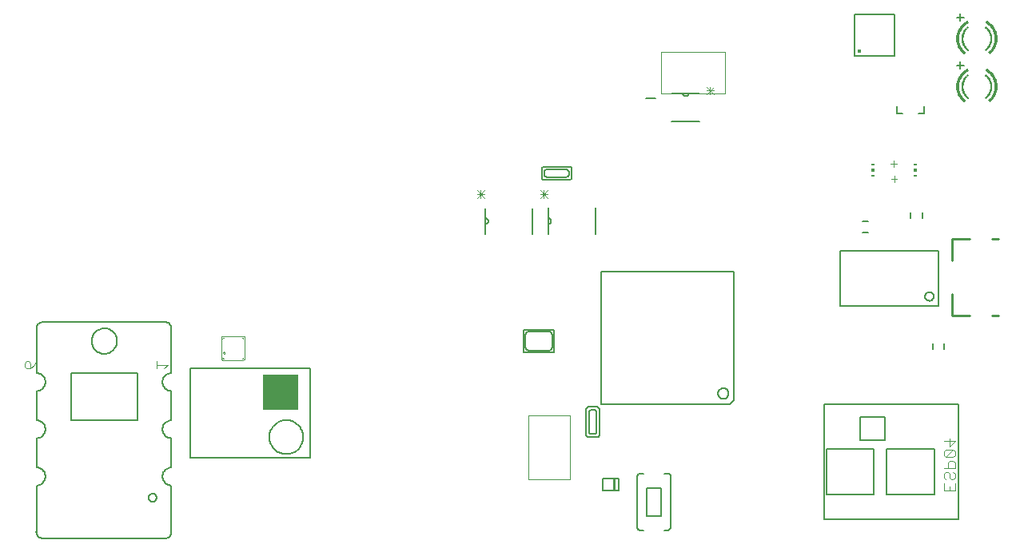
<source format=gbo>
G75*
G70*
%OFA0B0*%
%FSLAX24Y24*%
%IPPOS*%
%LPD*%
%AMOC8*
5,1,8,0,0,1.08239X$1,22.5*
%
%ADD10C,0.0060*%
%ADD11C,0.0100*%
%ADD12C,0.0030*%
%ADD13R,0.0118X0.0059*%
%ADD14R,0.0118X0.0118*%
%ADD15C,0.0010*%
%ADD16C,0.0050*%
%ADD17C,0.0040*%
%ADD18R,0.1500X0.1500*%
%ADD19C,0.0020*%
%ADD20C,0.0008*%
%ADD21C,0.0176*%
%ADD22C,0.0004*%
D10*
X021976Y014776D02*
X021976Y015196D01*
X021976Y015436D01*
X021976Y015856D01*
X021976Y015436D02*
X021997Y015434D01*
X022017Y015429D01*
X022036Y015420D01*
X022053Y015408D01*
X022068Y015393D01*
X022080Y015376D01*
X022089Y015357D01*
X022094Y015337D01*
X022096Y015316D01*
X022094Y015295D01*
X022089Y015275D01*
X022080Y015256D01*
X022068Y015239D01*
X022053Y015224D01*
X022036Y015212D01*
X022017Y015203D01*
X021997Y015198D01*
X021976Y015196D01*
X023936Y014776D02*
X023936Y015856D01*
X024601Y015866D02*
X024601Y015436D01*
X024601Y015196D01*
X024601Y014766D01*
X024601Y015196D02*
X024622Y015198D01*
X024642Y015203D01*
X024661Y015212D01*
X024678Y015224D01*
X024693Y015239D01*
X024705Y015256D01*
X024714Y015275D01*
X024719Y015295D01*
X024721Y015316D01*
X024719Y015337D01*
X024714Y015357D01*
X024705Y015376D01*
X024693Y015393D01*
X024678Y015408D01*
X024661Y015420D01*
X024642Y015429D01*
X024622Y015434D01*
X024601Y015436D01*
X026561Y015866D02*
X026561Y014766D01*
X026811Y013211D02*
X026811Y007671D01*
X032181Y007671D01*
X032351Y007841D01*
X032351Y013211D01*
X026811Y013211D01*
X031676Y008126D02*
X031678Y008155D01*
X031684Y008184D01*
X031693Y008212D01*
X031707Y008238D01*
X031723Y008262D01*
X031743Y008284D01*
X031766Y008303D01*
X031790Y008319D01*
X031817Y008331D01*
X031845Y008340D01*
X031874Y008345D01*
X031903Y008346D01*
X031933Y008343D01*
X031961Y008336D01*
X031989Y008326D01*
X032014Y008311D01*
X032038Y008294D01*
X032059Y008274D01*
X032077Y008251D01*
X032092Y008225D01*
X032104Y008198D01*
X032112Y008170D01*
X032116Y008141D01*
X032116Y008111D01*
X032112Y008082D01*
X032104Y008054D01*
X032092Y008027D01*
X032077Y008001D01*
X032059Y007978D01*
X032038Y007958D01*
X032014Y007941D01*
X031989Y007926D01*
X031961Y007916D01*
X031933Y007909D01*
X031903Y007906D01*
X031874Y007907D01*
X031845Y007912D01*
X031817Y007921D01*
X031790Y007933D01*
X031766Y007949D01*
X031743Y007968D01*
X031723Y007990D01*
X031707Y008014D01*
X031693Y008040D01*
X031684Y008068D01*
X031678Y008097D01*
X031676Y008126D01*
X036783Y011789D02*
X040878Y011789D01*
X040878Y014092D01*
X036783Y014092D01*
X036783Y011789D01*
X040313Y012173D02*
X040315Y012199D01*
X040321Y012225D01*
X040330Y012250D01*
X040343Y012273D01*
X040359Y012294D01*
X040378Y012312D01*
X040400Y012328D01*
X040423Y012340D01*
X040448Y012348D01*
X040474Y012353D01*
X040501Y012354D01*
X040527Y012351D01*
X040552Y012344D01*
X040577Y012334D01*
X040599Y012320D01*
X040620Y012303D01*
X040637Y012284D01*
X040652Y012262D01*
X040663Y012238D01*
X040671Y012212D01*
X040675Y012186D01*
X040675Y012160D01*
X040671Y012134D01*
X040663Y012108D01*
X040652Y012084D01*
X040637Y012062D01*
X040620Y012043D01*
X040599Y012026D01*
X040577Y012012D01*
X040552Y012002D01*
X040527Y011995D01*
X040501Y011992D01*
X040474Y011993D01*
X040448Y011998D01*
X040423Y012006D01*
X040400Y012018D01*
X040378Y012034D01*
X040359Y012052D01*
X040343Y012073D01*
X040330Y012096D01*
X040321Y012121D01*
X040315Y012147D01*
X040313Y012173D01*
X040646Y010219D02*
X040646Y009983D01*
X041118Y009983D02*
X041118Y010219D01*
X037949Y014830D02*
X037713Y014830D01*
X037713Y015302D02*
X037949Y015302D01*
X039719Y015448D02*
X039719Y015684D01*
X040192Y015684D02*
X040192Y015448D01*
X040265Y019806D02*
X040265Y020126D01*
X040265Y019806D02*
X040046Y019806D01*
X039365Y019806D02*
X039146Y019806D01*
X039146Y020126D01*
X030921Y020656D02*
X030451Y020656D01*
X030211Y020656D01*
X029741Y020656D01*
X030211Y020656D02*
X030213Y020635D01*
X030218Y020615D01*
X030227Y020596D01*
X030239Y020579D01*
X030254Y020564D01*
X030271Y020552D01*
X030290Y020543D01*
X030310Y020538D01*
X030331Y020536D01*
X030352Y020538D01*
X030372Y020543D01*
X030391Y020552D01*
X030408Y020564D01*
X030423Y020579D01*
X030435Y020596D01*
X030444Y020615D01*
X030449Y020635D01*
X030451Y020656D01*
X029081Y020456D02*
X028671Y020456D01*
X029741Y019476D02*
X030921Y019476D01*
D11*
X041451Y014590D02*
X041451Y013685D01*
X041451Y014590D02*
X042159Y014590D01*
X043104Y014590D02*
X043380Y014590D01*
X041451Y012268D02*
X041451Y011362D01*
X042159Y011362D01*
X043104Y011362D02*
X043380Y011362D01*
D12*
X039031Y016956D02*
X039031Y017203D01*
X039154Y017079D02*
X038907Y017079D01*
X039006Y017588D02*
X039006Y017834D01*
X039129Y017711D02*
X038882Y017711D01*
X031506Y020609D02*
X031192Y020923D01*
X031349Y020923D02*
X031349Y020609D01*
X031192Y020609D02*
X031506Y020923D01*
X031506Y020766D02*
X031192Y020766D01*
X024577Y016601D02*
X024264Y016287D01*
X024420Y016287D02*
X024420Y016601D01*
X024264Y016601D02*
X024577Y016287D01*
X024577Y016444D02*
X024264Y016444D01*
X021942Y016444D02*
X021629Y016444D01*
X021629Y016287D02*
X021942Y016601D01*
X021785Y016601D02*
X021785Y016287D01*
X021942Y016287D02*
X021629Y016601D01*
D13*
X038147Y017205D03*
X038147Y017677D03*
X039890Y017677D03*
X039890Y017205D03*
D14*
X039890Y017441D03*
X038147Y017441D03*
D15*
X042054Y021684D02*
X042097Y021604D01*
X042096Y021605D02*
X042050Y021578D01*
X042006Y021547D01*
X041964Y021514D01*
X041924Y021477D01*
X041888Y021438D01*
X041854Y021396D01*
X041823Y021352D01*
X041795Y021306D01*
X041771Y021258D01*
X041750Y021209D01*
X041733Y021158D01*
X041719Y021106D01*
X041709Y021053D01*
X041703Y021000D01*
X041701Y020946D01*
X041612Y020946D01*
X041611Y020946D01*
X041613Y021002D01*
X041619Y021059D01*
X041629Y021114D01*
X041642Y021169D01*
X041659Y021223D01*
X041680Y021275D01*
X041704Y021326D01*
X041731Y021376D01*
X041762Y021423D01*
X041796Y021468D01*
X041832Y021511D01*
X041872Y021552D01*
X041914Y021589D01*
X041959Y021624D01*
X042005Y021656D01*
X042054Y021684D01*
X042058Y021676D01*
X042010Y021648D01*
X041964Y021617D01*
X041920Y021582D01*
X041878Y021545D01*
X041839Y021505D01*
X041803Y021463D01*
X041769Y021418D01*
X041739Y021371D01*
X041712Y021322D01*
X041688Y021272D01*
X041668Y021220D01*
X041651Y021167D01*
X041638Y021112D01*
X041628Y021057D01*
X041622Y021002D01*
X041620Y020946D01*
X041629Y020946D01*
X041631Y021001D01*
X041637Y021056D01*
X041647Y021111D01*
X041660Y021164D01*
X041676Y021217D01*
X041697Y021268D01*
X041720Y021318D01*
X041747Y021367D01*
X041777Y021413D01*
X041810Y021457D01*
X041846Y021499D01*
X041884Y021539D01*
X041926Y021575D01*
X041969Y021609D01*
X042015Y021640D01*
X042062Y021668D01*
X042067Y021660D01*
X042020Y021633D01*
X041974Y021602D01*
X041931Y021569D01*
X041891Y021532D01*
X041852Y021493D01*
X041817Y021452D01*
X041784Y021408D01*
X041755Y021362D01*
X041728Y021314D01*
X041705Y021265D01*
X041685Y021214D01*
X041668Y021162D01*
X041655Y021109D01*
X041646Y021055D01*
X041640Y021001D01*
X041638Y020946D01*
X041647Y020946D01*
X041649Y021000D01*
X041655Y021054D01*
X041664Y021107D01*
X041677Y021159D01*
X041693Y021211D01*
X041713Y021261D01*
X041736Y021310D01*
X041762Y021357D01*
X041792Y021403D01*
X041824Y021446D01*
X041859Y021487D01*
X041897Y021526D01*
X041937Y021562D01*
X041980Y021595D01*
X042024Y021625D01*
X042071Y021652D01*
X042075Y021645D01*
X042029Y021618D01*
X041985Y021588D01*
X041943Y021555D01*
X041903Y021519D01*
X041866Y021481D01*
X041831Y021440D01*
X041799Y021397D01*
X041770Y021353D01*
X041744Y021306D01*
X041721Y021258D01*
X041702Y021208D01*
X041686Y021157D01*
X041673Y021105D01*
X041664Y021052D01*
X041658Y020999D01*
X041656Y020946D01*
X041665Y020946D01*
X041667Y020999D01*
X041673Y021051D01*
X041682Y021103D01*
X041694Y021155D01*
X041710Y021205D01*
X041730Y021254D01*
X041752Y021302D01*
X041778Y021348D01*
X041806Y021392D01*
X041838Y021435D01*
X041872Y021475D01*
X041909Y021513D01*
X041949Y021548D01*
X041990Y021580D01*
X042034Y021610D01*
X042079Y021637D01*
X042084Y021629D01*
X042036Y021600D01*
X041990Y021569D01*
X041946Y021534D01*
X041905Y021496D01*
X041867Y021456D01*
X041832Y021413D01*
X041800Y021367D01*
X041772Y021319D01*
X041746Y021270D01*
X041725Y021218D01*
X041707Y021166D01*
X041693Y021112D01*
X041683Y021057D01*
X041676Y021002D01*
X041674Y020946D01*
X041683Y020946D01*
X041685Y021001D01*
X041692Y021056D01*
X041702Y021110D01*
X041716Y021163D01*
X041733Y021215D01*
X041755Y021266D01*
X041779Y021315D01*
X041808Y021362D01*
X041839Y021407D01*
X041874Y021450D01*
X041912Y021490D01*
X041952Y021527D01*
X041995Y021562D01*
X042040Y021593D01*
X042088Y021621D01*
X042092Y021613D01*
X042045Y021585D01*
X042000Y021554D01*
X041958Y021520D01*
X041918Y021483D01*
X041881Y021444D01*
X041847Y021402D01*
X041815Y021357D01*
X041787Y021311D01*
X041763Y021262D01*
X041742Y021212D01*
X041724Y021160D01*
X041710Y021108D01*
X041700Y021054D01*
X041694Y021000D01*
X041692Y020946D01*
X043300Y020945D02*
X043210Y020945D01*
X043211Y020946D02*
X043209Y020998D01*
X043203Y021050D01*
X043194Y021102D01*
X043181Y021152D01*
X043165Y021202D01*
X043145Y021250D01*
X043122Y021297D01*
X043096Y021342D01*
X043066Y021386D01*
X043034Y021427D01*
X042999Y021466D01*
X042961Y021502D01*
X042921Y021535D01*
X042879Y021566D01*
X042835Y021594D01*
X042879Y021672D01*
X042880Y021672D01*
X042926Y021643D01*
X042971Y021611D01*
X043013Y021576D01*
X043053Y021539D01*
X043091Y021499D01*
X043126Y021456D01*
X043158Y021412D01*
X043187Y021365D01*
X043213Y021317D01*
X043236Y021267D01*
X043255Y021215D01*
X043271Y021163D01*
X043284Y021110D01*
X043293Y021055D01*
X043299Y021001D01*
X043301Y020946D01*
X043292Y020946D01*
X043290Y021000D01*
X043284Y021054D01*
X043275Y021108D01*
X043263Y021161D01*
X043247Y021213D01*
X043227Y021263D01*
X043205Y021313D01*
X043179Y021361D01*
X043150Y021407D01*
X043119Y021451D01*
X043084Y021493D01*
X043047Y021532D01*
X043007Y021569D01*
X042965Y021604D01*
X042921Y021636D01*
X042875Y021664D01*
X042871Y021657D01*
X042916Y021628D01*
X042960Y021597D01*
X043001Y021563D01*
X043041Y021526D01*
X043077Y021487D01*
X043111Y021445D01*
X043143Y021402D01*
X043171Y021356D01*
X043197Y021309D01*
X043219Y021260D01*
X043238Y021210D01*
X043254Y021158D01*
X043266Y021106D01*
X043275Y021053D01*
X043281Y021000D01*
X043283Y020946D01*
X043274Y020946D01*
X043272Y021003D01*
X043265Y021059D01*
X043255Y021115D01*
X043241Y021170D01*
X043224Y021223D01*
X043202Y021276D01*
X043177Y021327D01*
X043149Y021376D01*
X043117Y021423D01*
X043082Y021467D01*
X043044Y021509D01*
X043003Y021549D01*
X042960Y021585D01*
X042914Y021619D01*
X042866Y021649D01*
X042862Y021641D01*
X042909Y021611D01*
X042955Y021578D01*
X042997Y021542D01*
X043038Y021503D01*
X043075Y021462D01*
X043110Y021417D01*
X043141Y021371D01*
X043169Y021323D01*
X043194Y021272D01*
X043215Y021220D01*
X043233Y021167D01*
X043247Y021113D01*
X043257Y021058D01*
X043263Y021002D01*
X043265Y020946D01*
X043256Y020946D01*
X043254Y021001D01*
X043248Y021056D01*
X043238Y021111D01*
X043224Y021165D01*
X043207Y021217D01*
X043186Y021269D01*
X043161Y021318D01*
X043134Y021366D01*
X043103Y021412D01*
X043068Y021456D01*
X043031Y021497D01*
X042991Y021535D01*
X042949Y021571D01*
X042904Y021604D01*
X042857Y021633D01*
X042853Y021625D01*
X042899Y021596D01*
X042943Y021564D01*
X042985Y021529D01*
X043025Y021491D01*
X043062Y021450D01*
X043095Y021407D01*
X043126Y021361D01*
X043153Y021314D01*
X043178Y021265D01*
X043198Y021214D01*
X043215Y021162D01*
X043229Y021109D01*
X043239Y021055D01*
X043245Y021001D01*
X043247Y020946D01*
X043238Y020946D01*
X043236Y021000D01*
X043230Y021054D01*
X043220Y021107D01*
X043207Y021160D01*
X043190Y021211D01*
X043169Y021261D01*
X043146Y021310D01*
X043118Y021357D01*
X043088Y021402D01*
X043055Y021444D01*
X043018Y021484D01*
X042979Y021522D01*
X042938Y021557D01*
X042894Y021589D01*
X042848Y021617D01*
X042844Y021610D01*
X042889Y021581D01*
X042932Y021550D01*
X042973Y021515D01*
X043012Y021478D01*
X043048Y021438D01*
X043081Y021396D01*
X043111Y021352D01*
X043138Y021306D01*
X043161Y021258D01*
X043181Y021208D01*
X043198Y021157D01*
X043211Y021105D01*
X043221Y021053D01*
X043227Y020999D01*
X043229Y020946D01*
X043220Y020946D01*
X043218Y020999D01*
X043212Y021051D01*
X043203Y021103D01*
X043190Y021155D01*
X043173Y021205D01*
X043153Y021254D01*
X043130Y021301D01*
X043103Y021347D01*
X043073Y021391D01*
X043041Y021433D01*
X043005Y021472D01*
X042967Y021509D01*
X042927Y021543D01*
X042884Y021574D01*
X042839Y021602D01*
X041832Y020936D02*
X041882Y020936D01*
X041881Y020936D02*
X041883Y020891D01*
X041889Y020847D01*
X041898Y020803D01*
X041910Y020760D01*
X041926Y020718D01*
X041945Y020678D01*
X041967Y020639D01*
X041992Y020602D01*
X042019Y020567D01*
X042050Y020534D01*
X042083Y020504D01*
X042118Y020476D01*
X042089Y020436D01*
X042089Y020435D01*
X042050Y020465D01*
X042015Y020498D01*
X041982Y020534D01*
X041951Y020572D01*
X041924Y020613D01*
X041900Y020655D01*
X041880Y020699D01*
X041863Y020745D01*
X041849Y020791D01*
X041839Y020839D01*
X041833Y020887D01*
X041831Y020936D01*
X041840Y020936D01*
X041842Y020888D01*
X041848Y020841D01*
X041858Y020794D01*
X041871Y020747D01*
X041888Y020703D01*
X041908Y020659D01*
X041932Y020617D01*
X041959Y020578D01*
X041988Y020540D01*
X042021Y020505D01*
X042056Y020472D01*
X042094Y020443D01*
X042099Y020450D01*
X042062Y020479D01*
X042027Y020511D01*
X041995Y020546D01*
X041966Y020583D01*
X041940Y020622D01*
X041916Y020663D01*
X041896Y020706D01*
X041880Y020750D01*
X041867Y020796D01*
X041857Y020842D01*
X041851Y020889D01*
X041849Y020936D01*
X041858Y020936D01*
X041860Y020890D01*
X041866Y020843D01*
X041875Y020798D01*
X041888Y020753D01*
X041905Y020710D01*
X041924Y020667D01*
X041947Y020627D01*
X041973Y020588D01*
X042002Y020552D01*
X042034Y020518D01*
X042068Y020486D01*
X042104Y020457D01*
X042110Y020465D01*
X042074Y020493D01*
X042040Y020524D01*
X042009Y020558D01*
X041980Y020594D01*
X041955Y020632D01*
X041932Y020671D01*
X041913Y020713D01*
X041897Y020756D01*
X041884Y020800D01*
X041875Y020845D01*
X041869Y020890D01*
X041867Y020936D01*
X041876Y020936D01*
X041878Y020891D01*
X041884Y020846D01*
X041893Y020802D01*
X041905Y020759D01*
X041921Y020716D01*
X041940Y020676D01*
X041962Y020636D01*
X041988Y020599D01*
X042016Y020564D01*
X042046Y020530D01*
X042079Y020500D01*
X042115Y020472D01*
X043005Y020300D02*
X042947Y020368D01*
X042948Y020368D02*
X042987Y020404D01*
X043024Y020444D01*
X043058Y020485D01*
X043089Y020529D01*
X043117Y020575D01*
X043141Y020623D01*
X043162Y020673D01*
X043179Y020724D01*
X043193Y020776D01*
X043203Y020829D01*
X043209Y020882D01*
X043211Y020936D01*
X043300Y020937D01*
X043301Y020936D01*
X043299Y020880D01*
X043293Y020825D01*
X043284Y020770D01*
X043270Y020716D01*
X043254Y020663D01*
X043234Y020611D01*
X043210Y020560D01*
X043184Y020512D01*
X043154Y020465D01*
X043121Y020420D01*
X043085Y020377D01*
X043047Y020337D01*
X043006Y020299D01*
X043000Y020306D01*
X043040Y020343D01*
X043079Y020383D01*
X043114Y020425D01*
X043146Y020470D01*
X043176Y020516D01*
X043202Y020564D01*
X043226Y020614D01*
X043245Y020666D01*
X043262Y020718D01*
X043275Y020772D01*
X043284Y020826D01*
X043290Y020881D01*
X043292Y020936D01*
X043283Y020936D01*
X043281Y020882D01*
X043275Y020827D01*
X043266Y020774D01*
X043253Y020721D01*
X043237Y020669D01*
X043217Y020618D01*
X043194Y020569D01*
X043168Y020521D01*
X043139Y020475D01*
X043107Y020431D01*
X043072Y020389D01*
X043034Y020350D01*
X042994Y020313D01*
X042988Y020320D01*
X043028Y020356D01*
X043065Y020395D01*
X043100Y020436D01*
X043132Y020480D01*
X043161Y020525D01*
X043186Y020573D01*
X043209Y020621D01*
X043228Y020672D01*
X043244Y020723D01*
X043257Y020776D01*
X043266Y020829D01*
X043272Y020882D01*
X043274Y020936D01*
X043265Y020936D01*
X043263Y020883D01*
X043257Y020830D01*
X043248Y020777D01*
X043236Y020726D01*
X043220Y020675D01*
X043201Y020625D01*
X043178Y020577D01*
X043153Y020530D01*
X043124Y020485D01*
X043093Y020442D01*
X043059Y020401D01*
X043022Y020363D01*
X042982Y020327D01*
X042977Y020334D01*
X043015Y020369D01*
X043052Y020407D01*
X043086Y020448D01*
X043117Y020490D01*
X043145Y020534D01*
X043170Y020581D01*
X043192Y020628D01*
X043211Y020678D01*
X043227Y020728D01*
X043239Y020779D01*
X043248Y020831D01*
X043254Y020883D01*
X043256Y020936D01*
X043247Y020936D01*
X043245Y020884D01*
X043239Y020832D01*
X043231Y020781D01*
X043218Y020730D01*
X043203Y020681D01*
X043184Y020632D01*
X043162Y020585D01*
X043137Y020539D01*
X043109Y020495D01*
X043079Y020453D01*
X043045Y020413D01*
X043009Y020376D01*
X042971Y020340D01*
X042965Y020347D01*
X043006Y020385D01*
X043044Y020426D01*
X043079Y020469D01*
X043111Y020514D01*
X043140Y020562D01*
X043165Y020612D01*
X043187Y020663D01*
X043205Y020716D01*
X043219Y020770D01*
X043229Y020825D01*
X043236Y020880D01*
X043238Y020936D01*
X043229Y020936D01*
X043227Y020881D01*
X043220Y020826D01*
X043210Y020772D01*
X043196Y020719D01*
X043179Y020667D01*
X043157Y020616D01*
X043132Y020567D01*
X043104Y020519D01*
X043072Y020474D01*
X043037Y020432D01*
X043000Y020391D01*
X042959Y020354D01*
X042953Y020361D01*
X042993Y020398D01*
X043031Y020438D01*
X043065Y020480D01*
X043096Y020524D01*
X043124Y020571D01*
X043149Y020620D01*
X043170Y020670D01*
X043188Y020721D01*
X043202Y020774D01*
X043212Y020828D01*
X043218Y020882D01*
X043220Y020936D01*
X042078Y021437D02*
X042108Y021397D01*
X042107Y021398D02*
X042073Y021370D01*
X042042Y021340D01*
X042013Y021308D01*
X041986Y021273D01*
X041963Y021236D01*
X041942Y021198D01*
X041924Y021158D01*
X041909Y021118D01*
X041897Y021076D01*
X041888Y021033D01*
X041883Y020990D01*
X041881Y020946D01*
X041832Y020945D01*
X041831Y020946D01*
X041833Y020993D01*
X041839Y021041D01*
X041848Y021087D01*
X041861Y021133D01*
X041877Y021177D01*
X041897Y021221D01*
X041920Y021262D01*
X041946Y021302D01*
X041975Y021340D01*
X042006Y021375D01*
X042040Y021408D01*
X042077Y021438D01*
X042082Y021431D01*
X042046Y021401D01*
X042013Y021369D01*
X041981Y021334D01*
X041953Y021297D01*
X041928Y021257D01*
X041905Y021216D01*
X041886Y021174D01*
X041870Y021130D01*
X041857Y021085D01*
X041848Y021039D01*
X041842Y020993D01*
X041840Y020946D01*
X041849Y020946D01*
X041851Y020992D01*
X041857Y021038D01*
X041866Y021083D01*
X041878Y021127D01*
X041894Y021171D01*
X041913Y021212D01*
X041935Y021253D01*
X041960Y021291D01*
X041988Y021328D01*
X042019Y021362D01*
X042052Y021394D01*
X042088Y021424D01*
X042093Y021416D01*
X042058Y021388D01*
X042026Y021356D01*
X041995Y021322D01*
X041968Y021286D01*
X041943Y021248D01*
X041921Y021208D01*
X041902Y021167D01*
X041887Y021124D01*
X041875Y021081D01*
X041866Y021036D01*
X041860Y020991D01*
X041858Y020946D01*
X041867Y020946D01*
X041869Y020991D01*
X041875Y021035D01*
X041883Y021079D01*
X041895Y021122D01*
X041911Y021164D01*
X041929Y021204D01*
X041951Y021244D01*
X041975Y021281D01*
X042002Y021316D01*
X042032Y021350D01*
X042064Y021381D01*
X042099Y021409D01*
X042104Y021402D01*
X042070Y021374D01*
X042038Y021344D01*
X042009Y021311D01*
X041982Y021276D01*
X041958Y021239D01*
X041937Y021200D01*
X041919Y021160D01*
X041904Y021119D01*
X041892Y021077D01*
X041883Y021034D01*
X041878Y020990D01*
X041876Y020946D01*
X041612Y020937D02*
X041702Y020937D01*
X041701Y020936D02*
X041703Y020882D01*
X041710Y020828D01*
X041720Y020775D01*
X041733Y020722D01*
X041751Y020671D01*
X041772Y020621D01*
X041797Y020572D01*
X041825Y020526D01*
X041857Y020482D01*
X041891Y020440D01*
X041929Y020401D01*
X041969Y020364D01*
X041912Y020296D01*
X041911Y020295D01*
X041869Y020333D01*
X041830Y020373D01*
X041794Y020416D01*
X041761Y020461D01*
X041730Y020508D01*
X041703Y020557D01*
X041679Y020608D01*
X041659Y020661D01*
X041642Y020714D01*
X041629Y020769D01*
X041619Y020824D01*
X041613Y020880D01*
X041611Y020936D01*
X041620Y020936D01*
X041622Y020880D01*
X041628Y020825D01*
X041638Y020771D01*
X041651Y020717D01*
X041667Y020664D01*
X041688Y020612D01*
X041711Y020561D01*
X041738Y020513D01*
X041768Y020466D01*
X041801Y020421D01*
X041837Y020379D01*
X041876Y020339D01*
X041917Y020302D01*
X041923Y020309D01*
X041882Y020346D01*
X041844Y020385D01*
X041808Y020427D01*
X041775Y020471D01*
X041746Y020517D01*
X041719Y020566D01*
X041696Y020615D01*
X041676Y020667D01*
X041659Y020719D01*
X041646Y020772D01*
X041637Y020826D01*
X041631Y020881D01*
X041629Y020936D01*
X041638Y020936D01*
X041640Y020882D01*
X041646Y020828D01*
X041655Y020774D01*
X041668Y020721D01*
X041684Y020669D01*
X041704Y020619D01*
X041727Y020570D01*
X041753Y020522D01*
X041783Y020476D01*
X041815Y020433D01*
X041850Y020391D01*
X041888Y020352D01*
X041928Y020316D01*
X041934Y020323D01*
X041894Y020359D01*
X041857Y020397D01*
X041822Y020438D01*
X041790Y020481D01*
X041761Y020527D01*
X041735Y020574D01*
X041712Y020622D01*
X041693Y020672D01*
X041677Y020724D01*
X041664Y020776D01*
X041655Y020829D01*
X041649Y020882D01*
X041647Y020936D01*
X041656Y020936D01*
X041658Y020883D01*
X041664Y020830D01*
X041673Y020778D01*
X041685Y020726D01*
X041701Y020675D01*
X041721Y020626D01*
X041743Y020578D01*
X041769Y020531D01*
X041798Y020487D01*
X041829Y020444D01*
X041864Y020403D01*
X041901Y020365D01*
X041940Y020330D01*
X041946Y020337D01*
X041907Y020372D01*
X041870Y020409D01*
X041836Y020450D01*
X041805Y020492D01*
X041777Y020536D01*
X041751Y020582D01*
X041729Y020629D01*
X041710Y020678D01*
X041694Y020729D01*
X041682Y020780D01*
X041673Y020831D01*
X041667Y020884D01*
X041665Y020936D01*
X041674Y020936D01*
X041676Y020884D01*
X041682Y020833D01*
X041690Y020781D01*
X041703Y020731D01*
X041718Y020681D01*
X041737Y020633D01*
X041759Y020586D01*
X041784Y020541D01*
X041812Y020497D01*
X041843Y020455D01*
X041877Y020416D01*
X041913Y020378D01*
X041952Y020343D01*
X041957Y020350D01*
X041919Y020385D01*
X041883Y020422D01*
X041850Y020461D01*
X041820Y020502D01*
X041792Y020545D01*
X041767Y020590D01*
X041745Y020637D01*
X041727Y020684D01*
X041711Y020733D01*
X041699Y020783D01*
X041690Y020834D01*
X041685Y020885D01*
X041683Y020936D01*
X041692Y020936D01*
X041694Y020881D01*
X041701Y020827D01*
X041711Y020773D01*
X041725Y020719D01*
X041743Y020668D01*
X041764Y020617D01*
X041789Y020568D01*
X041818Y020521D01*
X041850Y020476D01*
X041884Y020434D01*
X041922Y020394D01*
X041963Y020357D01*
X043080Y020946D02*
X043030Y020946D01*
X043031Y020946D02*
X043029Y020993D01*
X043023Y021039D01*
X043013Y021084D01*
X042999Y021129D01*
X042982Y021172D01*
X042962Y021214D01*
X042938Y021254D01*
X042911Y021293D01*
X042881Y021328D01*
X042848Y021361D01*
X042813Y021392D01*
X042843Y021431D01*
X042844Y021431D01*
X042879Y021401D01*
X042912Y021368D01*
X042943Y021333D01*
X042970Y021296D01*
X042995Y021257D01*
X043017Y021216D01*
X043036Y021173D01*
X043052Y021129D01*
X043064Y021084D01*
X043073Y021039D01*
X043079Y020992D01*
X043081Y020946D01*
X043072Y020946D01*
X043070Y020992D01*
X043064Y021037D01*
X043056Y021082D01*
X043043Y021127D01*
X043028Y021170D01*
X043009Y021212D01*
X042988Y021252D01*
X042963Y021291D01*
X042936Y021328D01*
X042906Y021362D01*
X042873Y021394D01*
X042838Y021424D01*
X042833Y021417D01*
X042867Y021388D01*
X042899Y021356D01*
X042929Y021322D01*
X042956Y021286D01*
X042980Y021248D01*
X043001Y021208D01*
X043020Y021166D01*
X043035Y021124D01*
X043047Y021080D01*
X043056Y021036D01*
X043061Y020991D01*
X043063Y020946D01*
X043054Y020946D01*
X043052Y020994D01*
X043045Y021043D01*
X043035Y021090D01*
X043021Y021137D01*
X043003Y021182D01*
X042982Y021225D01*
X042957Y021267D01*
X042929Y021307D01*
X042898Y021344D01*
X042864Y021378D01*
X042827Y021410D01*
X042822Y021403D01*
X042858Y021372D01*
X042891Y021338D01*
X042922Y021301D01*
X042950Y021262D01*
X042974Y021221D01*
X042995Y021178D01*
X043013Y021134D01*
X043026Y021088D01*
X043036Y021041D01*
X043043Y020994D01*
X043045Y020946D01*
X043036Y020946D01*
X043034Y020993D01*
X043028Y021040D01*
X043018Y021086D01*
X043004Y021131D01*
X042987Y021174D01*
X042966Y021217D01*
X042942Y021257D01*
X042915Y021296D01*
X042885Y021332D01*
X042852Y021365D01*
X042816Y021396D01*
X042843Y020451D02*
X042812Y020491D01*
X042813Y020490D02*
X042848Y020521D01*
X042881Y020554D01*
X042911Y020589D01*
X042938Y020628D01*
X042962Y020668D01*
X042982Y020710D01*
X042999Y020753D01*
X043013Y020798D01*
X043023Y020843D01*
X043029Y020889D01*
X043031Y020936D01*
X043080Y020936D01*
X043081Y020936D01*
X043079Y020890D01*
X043073Y020843D01*
X043064Y020798D01*
X043052Y020753D01*
X043036Y020709D01*
X043017Y020666D01*
X042995Y020625D01*
X042970Y020586D01*
X042943Y020549D01*
X042912Y020514D01*
X042879Y020481D01*
X042844Y020451D01*
X042838Y020458D01*
X042873Y020488D01*
X042906Y020520D01*
X042936Y020554D01*
X042963Y020591D01*
X042988Y020630D01*
X043009Y020670D01*
X043028Y020712D01*
X043043Y020755D01*
X043056Y020800D01*
X043064Y020845D01*
X043070Y020890D01*
X043072Y020936D01*
X043063Y020936D01*
X043061Y020891D01*
X043056Y020846D01*
X043047Y020802D01*
X043035Y020758D01*
X043020Y020716D01*
X043001Y020674D01*
X042980Y020634D01*
X042956Y020596D01*
X042929Y020560D01*
X042899Y020526D01*
X042867Y020494D01*
X042833Y020465D01*
X042827Y020472D01*
X042864Y020504D01*
X042898Y020538D01*
X042929Y020575D01*
X042957Y020615D01*
X042982Y020657D01*
X043003Y020700D01*
X043021Y020745D01*
X043035Y020792D01*
X043045Y020839D01*
X043052Y020888D01*
X043054Y020936D01*
X043045Y020936D01*
X043043Y020888D01*
X043036Y020841D01*
X043026Y020794D01*
X043013Y020748D01*
X042995Y020704D01*
X042974Y020661D01*
X042950Y020620D01*
X042922Y020581D01*
X042891Y020544D01*
X042858Y020510D01*
X042822Y020479D01*
X042816Y020486D01*
X042852Y020517D01*
X042885Y020550D01*
X042915Y020586D01*
X042942Y020625D01*
X042966Y020665D01*
X042987Y020708D01*
X043004Y020751D01*
X043018Y020796D01*
X043028Y020842D01*
X043034Y020889D01*
X043036Y020936D01*
X042054Y023684D02*
X042097Y023604D01*
X042096Y023605D02*
X042050Y023578D01*
X042006Y023547D01*
X041964Y023514D01*
X041924Y023477D01*
X041888Y023438D01*
X041854Y023396D01*
X041823Y023352D01*
X041795Y023306D01*
X041771Y023258D01*
X041750Y023209D01*
X041733Y023158D01*
X041719Y023106D01*
X041709Y023053D01*
X041703Y023000D01*
X041701Y022946D01*
X041612Y022946D01*
X041611Y022946D01*
X041613Y023002D01*
X041619Y023059D01*
X041629Y023114D01*
X041642Y023169D01*
X041659Y023223D01*
X041680Y023275D01*
X041704Y023326D01*
X041731Y023376D01*
X041762Y023423D01*
X041796Y023468D01*
X041832Y023511D01*
X041872Y023552D01*
X041914Y023589D01*
X041959Y023624D01*
X042005Y023656D01*
X042054Y023684D01*
X042058Y023676D01*
X042010Y023648D01*
X041964Y023617D01*
X041920Y023582D01*
X041878Y023545D01*
X041839Y023505D01*
X041803Y023463D01*
X041769Y023418D01*
X041739Y023371D01*
X041712Y023322D01*
X041688Y023272D01*
X041668Y023220D01*
X041651Y023167D01*
X041638Y023112D01*
X041628Y023057D01*
X041622Y023002D01*
X041620Y022946D01*
X041629Y022946D01*
X041631Y023001D01*
X041637Y023056D01*
X041647Y023111D01*
X041660Y023164D01*
X041676Y023217D01*
X041697Y023268D01*
X041720Y023318D01*
X041747Y023367D01*
X041777Y023413D01*
X041810Y023457D01*
X041846Y023499D01*
X041884Y023539D01*
X041926Y023575D01*
X041969Y023609D01*
X042015Y023640D01*
X042062Y023668D01*
X042067Y023660D01*
X042020Y023633D01*
X041974Y023602D01*
X041931Y023569D01*
X041891Y023532D01*
X041852Y023493D01*
X041817Y023452D01*
X041784Y023408D01*
X041755Y023362D01*
X041728Y023314D01*
X041705Y023265D01*
X041685Y023214D01*
X041668Y023162D01*
X041655Y023109D01*
X041646Y023055D01*
X041640Y023001D01*
X041638Y022946D01*
X041647Y022946D01*
X041649Y023000D01*
X041655Y023054D01*
X041664Y023107D01*
X041677Y023159D01*
X041693Y023211D01*
X041713Y023261D01*
X041736Y023310D01*
X041762Y023357D01*
X041792Y023403D01*
X041824Y023446D01*
X041859Y023487D01*
X041897Y023526D01*
X041937Y023562D01*
X041980Y023595D01*
X042024Y023625D01*
X042071Y023652D01*
X042075Y023645D01*
X042029Y023618D01*
X041985Y023588D01*
X041943Y023555D01*
X041903Y023519D01*
X041866Y023481D01*
X041831Y023440D01*
X041799Y023397D01*
X041770Y023353D01*
X041744Y023306D01*
X041721Y023258D01*
X041702Y023208D01*
X041686Y023157D01*
X041673Y023105D01*
X041664Y023052D01*
X041658Y022999D01*
X041656Y022946D01*
X041665Y022946D01*
X041667Y022999D01*
X041673Y023051D01*
X041682Y023103D01*
X041694Y023155D01*
X041710Y023205D01*
X041730Y023254D01*
X041752Y023302D01*
X041778Y023348D01*
X041806Y023392D01*
X041838Y023435D01*
X041872Y023475D01*
X041909Y023513D01*
X041949Y023548D01*
X041990Y023580D01*
X042034Y023610D01*
X042079Y023637D01*
X042084Y023629D01*
X042036Y023600D01*
X041990Y023569D01*
X041946Y023534D01*
X041905Y023496D01*
X041867Y023456D01*
X041832Y023413D01*
X041800Y023367D01*
X041772Y023319D01*
X041746Y023270D01*
X041725Y023218D01*
X041707Y023166D01*
X041693Y023112D01*
X041683Y023057D01*
X041676Y023002D01*
X041674Y022946D01*
X041683Y022946D01*
X041685Y023001D01*
X041692Y023056D01*
X041702Y023110D01*
X041716Y023163D01*
X041733Y023215D01*
X041755Y023266D01*
X041779Y023315D01*
X041808Y023362D01*
X041839Y023407D01*
X041874Y023450D01*
X041912Y023490D01*
X041952Y023527D01*
X041995Y023562D01*
X042040Y023593D01*
X042088Y023621D01*
X042092Y023613D01*
X042045Y023585D01*
X042000Y023554D01*
X041958Y023520D01*
X041918Y023483D01*
X041881Y023444D01*
X041847Y023402D01*
X041815Y023357D01*
X041787Y023311D01*
X041763Y023262D01*
X041742Y023212D01*
X041724Y023160D01*
X041710Y023108D01*
X041700Y023054D01*
X041694Y023000D01*
X041692Y022946D01*
X043300Y022945D02*
X043210Y022945D01*
X043211Y022946D02*
X043209Y022998D01*
X043203Y023050D01*
X043194Y023102D01*
X043181Y023152D01*
X043165Y023202D01*
X043145Y023250D01*
X043122Y023297D01*
X043096Y023342D01*
X043066Y023386D01*
X043034Y023427D01*
X042999Y023466D01*
X042961Y023502D01*
X042921Y023535D01*
X042879Y023566D01*
X042835Y023594D01*
X042879Y023672D01*
X042880Y023672D01*
X042926Y023643D01*
X042971Y023611D01*
X043013Y023576D01*
X043053Y023539D01*
X043091Y023499D01*
X043126Y023456D01*
X043158Y023412D01*
X043187Y023365D01*
X043213Y023317D01*
X043236Y023267D01*
X043255Y023215D01*
X043271Y023163D01*
X043284Y023110D01*
X043293Y023055D01*
X043299Y023001D01*
X043301Y022946D01*
X043292Y022946D01*
X043290Y023000D01*
X043284Y023054D01*
X043275Y023108D01*
X043263Y023161D01*
X043247Y023213D01*
X043227Y023263D01*
X043205Y023313D01*
X043179Y023361D01*
X043150Y023407D01*
X043119Y023451D01*
X043084Y023493D01*
X043047Y023532D01*
X043007Y023569D01*
X042965Y023604D01*
X042921Y023636D01*
X042875Y023664D01*
X042871Y023657D01*
X042916Y023628D01*
X042960Y023597D01*
X043001Y023563D01*
X043041Y023526D01*
X043077Y023487D01*
X043111Y023445D01*
X043143Y023402D01*
X043171Y023356D01*
X043197Y023309D01*
X043219Y023260D01*
X043238Y023210D01*
X043254Y023158D01*
X043266Y023106D01*
X043275Y023053D01*
X043281Y023000D01*
X043283Y022946D01*
X043274Y022946D01*
X043272Y023003D01*
X043265Y023059D01*
X043255Y023115D01*
X043241Y023170D01*
X043224Y023223D01*
X043202Y023276D01*
X043177Y023327D01*
X043149Y023376D01*
X043117Y023423D01*
X043082Y023467D01*
X043044Y023509D01*
X043003Y023549D01*
X042960Y023585D01*
X042914Y023619D01*
X042866Y023649D01*
X042862Y023641D01*
X042909Y023611D01*
X042955Y023578D01*
X042997Y023542D01*
X043038Y023503D01*
X043075Y023462D01*
X043110Y023417D01*
X043141Y023371D01*
X043169Y023323D01*
X043194Y023272D01*
X043215Y023220D01*
X043233Y023167D01*
X043247Y023113D01*
X043257Y023058D01*
X043263Y023002D01*
X043265Y022946D01*
X043256Y022946D01*
X043254Y023001D01*
X043248Y023056D01*
X043238Y023111D01*
X043224Y023165D01*
X043207Y023217D01*
X043186Y023269D01*
X043161Y023318D01*
X043134Y023366D01*
X043103Y023412D01*
X043068Y023456D01*
X043031Y023497D01*
X042991Y023535D01*
X042949Y023571D01*
X042904Y023604D01*
X042857Y023633D01*
X042853Y023625D01*
X042899Y023596D01*
X042943Y023564D01*
X042985Y023529D01*
X043025Y023491D01*
X043062Y023450D01*
X043095Y023407D01*
X043126Y023361D01*
X043153Y023314D01*
X043178Y023265D01*
X043198Y023214D01*
X043215Y023162D01*
X043229Y023109D01*
X043239Y023055D01*
X043245Y023001D01*
X043247Y022946D01*
X043238Y022946D01*
X043236Y023000D01*
X043230Y023054D01*
X043220Y023107D01*
X043207Y023160D01*
X043190Y023211D01*
X043169Y023261D01*
X043146Y023310D01*
X043118Y023357D01*
X043088Y023402D01*
X043055Y023444D01*
X043018Y023484D01*
X042979Y023522D01*
X042938Y023557D01*
X042894Y023589D01*
X042848Y023617D01*
X042844Y023610D01*
X042889Y023581D01*
X042932Y023550D01*
X042973Y023515D01*
X043012Y023478D01*
X043048Y023438D01*
X043081Y023396D01*
X043111Y023352D01*
X043138Y023306D01*
X043161Y023258D01*
X043181Y023208D01*
X043198Y023157D01*
X043211Y023105D01*
X043221Y023053D01*
X043227Y022999D01*
X043229Y022946D01*
X043220Y022946D01*
X043218Y022999D01*
X043212Y023051D01*
X043203Y023103D01*
X043190Y023155D01*
X043173Y023205D01*
X043153Y023254D01*
X043130Y023301D01*
X043103Y023347D01*
X043073Y023391D01*
X043041Y023433D01*
X043005Y023472D01*
X042967Y023509D01*
X042927Y023543D01*
X042884Y023574D01*
X042839Y023602D01*
X041832Y022936D02*
X041882Y022936D01*
X041881Y022936D02*
X041883Y022891D01*
X041889Y022847D01*
X041898Y022803D01*
X041910Y022760D01*
X041926Y022718D01*
X041945Y022678D01*
X041967Y022639D01*
X041992Y022602D01*
X042019Y022567D01*
X042050Y022534D01*
X042083Y022504D01*
X042118Y022476D01*
X042089Y022436D01*
X042089Y022435D01*
X042050Y022465D01*
X042015Y022498D01*
X041982Y022534D01*
X041951Y022572D01*
X041924Y022613D01*
X041900Y022655D01*
X041880Y022699D01*
X041863Y022745D01*
X041849Y022791D01*
X041839Y022839D01*
X041833Y022887D01*
X041831Y022936D01*
X041840Y022936D01*
X041842Y022888D01*
X041848Y022841D01*
X041858Y022794D01*
X041871Y022747D01*
X041888Y022703D01*
X041908Y022659D01*
X041932Y022617D01*
X041959Y022578D01*
X041988Y022540D01*
X042021Y022505D01*
X042056Y022472D01*
X042094Y022443D01*
X042099Y022450D01*
X042062Y022479D01*
X042027Y022511D01*
X041995Y022546D01*
X041966Y022583D01*
X041940Y022622D01*
X041916Y022663D01*
X041896Y022706D01*
X041880Y022750D01*
X041867Y022796D01*
X041857Y022842D01*
X041851Y022889D01*
X041849Y022936D01*
X041858Y022936D01*
X041860Y022890D01*
X041866Y022843D01*
X041875Y022798D01*
X041888Y022753D01*
X041905Y022710D01*
X041924Y022667D01*
X041947Y022627D01*
X041973Y022588D01*
X042002Y022552D01*
X042034Y022518D01*
X042068Y022486D01*
X042104Y022457D01*
X042110Y022465D01*
X042074Y022493D01*
X042040Y022524D01*
X042009Y022558D01*
X041980Y022594D01*
X041955Y022632D01*
X041932Y022671D01*
X041913Y022713D01*
X041897Y022756D01*
X041884Y022800D01*
X041875Y022845D01*
X041869Y022890D01*
X041867Y022936D01*
X041876Y022936D01*
X041878Y022891D01*
X041884Y022846D01*
X041893Y022802D01*
X041905Y022759D01*
X041921Y022716D01*
X041940Y022676D01*
X041962Y022636D01*
X041988Y022599D01*
X042016Y022564D01*
X042046Y022530D01*
X042079Y022500D01*
X042115Y022472D01*
X043005Y022300D02*
X042947Y022368D01*
X042948Y022368D02*
X042987Y022404D01*
X043024Y022444D01*
X043058Y022485D01*
X043089Y022529D01*
X043117Y022575D01*
X043141Y022623D01*
X043162Y022673D01*
X043179Y022724D01*
X043193Y022776D01*
X043203Y022829D01*
X043209Y022882D01*
X043211Y022936D01*
X043300Y022937D01*
X043301Y022936D01*
X043299Y022880D01*
X043293Y022825D01*
X043284Y022770D01*
X043270Y022716D01*
X043254Y022663D01*
X043234Y022611D01*
X043210Y022560D01*
X043184Y022512D01*
X043154Y022465D01*
X043121Y022420D01*
X043085Y022377D01*
X043047Y022337D01*
X043006Y022299D01*
X043000Y022306D01*
X043040Y022343D01*
X043079Y022383D01*
X043114Y022425D01*
X043146Y022470D01*
X043176Y022516D01*
X043202Y022564D01*
X043226Y022614D01*
X043245Y022666D01*
X043262Y022718D01*
X043275Y022772D01*
X043284Y022826D01*
X043290Y022881D01*
X043292Y022936D01*
X043283Y022936D01*
X043281Y022882D01*
X043275Y022827D01*
X043266Y022774D01*
X043253Y022721D01*
X043237Y022669D01*
X043217Y022618D01*
X043194Y022569D01*
X043168Y022521D01*
X043139Y022475D01*
X043107Y022431D01*
X043072Y022389D01*
X043034Y022350D01*
X042994Y022313D01*
X042988Y022320D01*
X043028Y022356D01*
X043065Y022395D01*
X043100Y022436D01*
X043132Y022480D01*
X043161Y022525D01*
X043186Y022573D01*
X043209Y022621D01*
X043228Y022672D01*
X043244Y022723D01*
X043257Y022776D01*
X043266Y022829D01*
X043272Y022882D01*
X043274Y022936D01*
X043265Y022936D01*
X043263Y022883D01*
X043257Y022830D01*
X043248Y022777D01*
X043236Y022726D01*
X043220Y022675D01*
X043201Y022625D01*
X043178Y022577D01*
X043153Y022530D01*
X043124Y022485D01*
X043093Y022442D01*
X043059Y022401D01*
X043022Y022363D01*
X042982Y022327D01*
X042977Y022334D01*
X043015Y022369D01*
X043052Y022407D01*
X043086Y022448D01*
X043117Y022490D01*
X043145Y022534D01*
X043170Y022581D01*
X043192Y022628D01*
X043211Y022678D01*
X043227Y022728D01*
X043239Y022779D01*
X043248Y022831D01*
X043254Y022883D01*
X043256Y022936D01*
X043247Y022936D01*
X043245Y022884D01*
X043239Y022832D01*
X043231Y022781D01*
X043218Y022730D01*
X043203Y022681D01*
X043184Y022632D01*
X043162Y022585D01*
X043137Y022539D01*
X043109Y022495D01*
X043079Y022453D01*
X043045Y022413D01*
X043009Y022376D01*
X042971Y022340D01*
X042965Y022347D01*
X043006Y022385D01*
X043044Y022426D01*
X043079Y022469D01*
X043111Y022514D01*
X043140Y022562D01*
X043165Y022612D01*
X043187Y022663D01*
X043205Y022716D01*
X043219Y022770D01*
X043229Y022825D01*
X043236Y022880D01*
X043238Y022936D01*
X043229Y022936D01*
X043227Y022881D01*
X043220Y022826D01*
X043210Y022772D01*
X043196Y022719D01*
X043179Y022667D01*
X043157Y022616D01*
X043132Y022567D01*
X043104Y022519D01*
X043072Y022474D01*
X043037Y022432D01*
X043000Y022391D01*
X042959Y022354D01*
X042953Y022361D01*
X042993Y022398D01*
X043031Y022438D01*
X043065Y022480D01*
X043096Y022524D01*
X043124Y022571D01*
X043149Y022620D01*
X043170Y022670D01*
X043188Y022721D01*
X043202Y022774D01*
X043212Y022828D01*
X043218Y022882D01*
X043220Y022936D01*
X042078Y023437D02*
X042108Y023397D01*
X042107Y023398D02*
X042073Y023370D01*
X042042Y023340D01*
X042013Y023308D01*
X041986Y023273D01*
X041963Y023236D01*
X041942Y023198D01*
X041924Y023158D01*
X041909Y023118D01*
X041897Y023076D01*
X041888Y023033D01*
X041883Y022990D01*
X041881Y022946D01*
X041832Y022945D01*
X041831Y022946D01*
X041833Y022993D01*
X041839Y023041D01*
X041848Y023087D01*
X041861Y023133D01*
X041877Y023177D01*
X041897Y023221D01*
X041920Y023262D01*
X041946Y023302D01*
X041975Y023340D01*
X042006Y023375D01*
X042040Y023408D01*
X042077Y023438D01*
X042082Y023431D01*
X042046Y023401D01*
X042013Y023369D01*
X041981Y023334D01*
X041953Y023297D01*
X041928Y023257D01*
X041905Y023216D01*
X041886Y023174D01*
X041870Y023130D01*
X041857Y023085D01*
X041848Y023039D01*
X041842Y022993D01*
X041840Y022946D01*
X041849Y022946D01*
X041851Y022992D01*
X041857Y023038D01*
X041866Y023083D01*
X041878Y023127D01*
X041894Y023171D01*
X041913Y023212D01*
X041935Y023253D01*
X041960Y023291D01*
X041988Y023328D01*
X042019Y023362D01*
X042052Y023394D01*
X042088Y023424D01*
X042093Y023416D01*
X042058Y023388D01*
X042026Y023356D01*
X041995Y023322D01*
X041968Y023286D01*
X041943Y023248D01*
X041921Y023208D01*
X041902Y023167D01*
X041887Y023124D01*
X041875Y023081D01*
X041866Y023036D01*
X041860Y022991D01*
X041858Y022946D01*
X041867Y022946D01*
X041869Y022991D01*
X041875Y023035D01*
X041883Y023079D01*
X041895Y023122D01*
X041911Y023164D01*
X041929Y023204D01*
X041951Y023244D01*
X041975Y023281D01*
X042002Y023316D01*
X042032Y023350D01*
X042064Y023381D01*
X042099Y023409D01*
X042104Y023402D01*
X042070Y023374D01*
X042038Y023344D01*
X042009Y023311D01*
X041982Y023276D01*
X041958Y023239D01*
X041937Y023200D01*
X041919Y023160D01*
X041904Y023119D01*
X041892Y023077D01*
X041883Y023034D01*
X041878Y022990D01*
X041876Y022946D01*
X041612Y022937D02*
X041702Y022937D01*
X041701Y022936D02*
X041703Y022882D01*
X041710Y022828D01*
X041720Y022775D01*
X041733Y022722D01*
X041751Y022671D01*
X041772Y022621D01*
X041797Y022572D01*
X041825Y022526D01*
X041857Y022482D01*
X041891Y022440D01*
X041929Y022401D01*
X041969Y022364D01*
X041912Y022296D01*
X041911Y022295D01*
X041869Y022333D01*
X041830Y022373D01*
X041794Y022416D01*
X041761Y022461D01*
X041730Y022508D01*
X041703Y022557D01*
X041679Y022608D01*
X041659Y022661D01*
X041642Y022714D01*
X041629Y022769D01*
X041619Y022824D01*
X041613Y022880D01*
X041611Y022936D01*
X041620Y022936D01*
X041622Y022880D01*
X041628Y022825D01*
X041638Y022771D01*
X041651Y022717D01*
X041667Y022664D01*
X041688Y022612D01*
X041711Y022561D01*
X041738Y022513D01*
X041768Y022466D01*
X041801Y022421D01*
X041837Y022379D01*
X041876Y022339D01*
X041917Y022302D01*
X041923Y022309D01*
X041882Y022346D01*
X041844Y022385D01*
X041808Y022427D01*
X041775Y022471D01*
X041746Y022517D01*
X041719Y022566D01*
X041696Y022615D01*
X041676Y022667D01*
X041659Y022719D01*
X041646Y022772D01*
X041637Y022826D01*
X041631Y022881D01*
X041629Y022936D01*
X041638Y022936D01*
X041640Y022882D01*
X041646Y022828D01*
X041655Y022774D01*
X041668Y022721D01*
X041684Y022669D01*
X041704Y022619D01*
X041727Y022570D01*
X041753Y022522D01*
X041783Y022476D01*
X041815Y022433D01*
X041850Y022391D01*
X041888Y022352D01*
X041928Y022316D01*
X041934Y022323D01*
X041894Y022359D01*
X041857Y022397D01*
X041822Y022438D01*
X041790Y022481D01*
X041761Y022527D01*
X041735Y022574D01*
X041712Y022622D01*
X041693Y022672D01*
X041677Y022724D01*
X041664Y022776D01*
X041655Y022829D01*
X041649Y022882D01*
X041647Y022936D01*
X041656Y022936D01*
X041658Y022883D01*
X041664Y022830D01*
X041673Y022778D01*
X041685Y022726D01*
X041701Y022675D01*
X041721Y022626D01*
X041743Y022578D01*
X041769Y022531D01*
X041798Y022487D01*
X041829Y022444D01*
X041864Y022403D01*
X041901Y022365D01*
X041940Y022330D01*
X041946Y022337D01*
X041907Y022372D01*
X041870Y022409D01*
X041836Y022450D01*
X041805Y022492D01*
X041777Y022536D01*
X041751Y022582D01*
X041729Y022629D01*
X041710Y022678D01*
X041694Y022729D01*
X041682Y022780D01*
X041673Y022831D01*
X041667Y022884D01*
X041665Y022936D01*
X041674Y022936D01*
X041676Y022884D01*
X041682Y022833D01*
X041690Y022781D01*
X041703Y022731D01*
X041718Y022681D01*
X041737Y022633D01*
X041759Y022586D01*
X041784Y022541D01*
X041812Y022497D01*
X041843Y022455D01*
X041877Y022416D01*
X041913Y022378D01*
X041952Y022343D01*
X041957Y022350D01*
X041919Y022385D01*
X041883Y022422D01*
X041850Y022461D01*
X041820Y022502D01*
X041792Y022545D01*
X041767Y022590D01*
X041745Y022637D01*
X041727Y022684D01*
X041711Y022733D01*
X041699Y022783D01*
X041690Y022834D01*
X041685Y022885D01*
X041683Y022936D01*
X041692Y022936D01*
X041694Y022881D01*
X041701Y022827D01*
X041711Y022773D01*
X041725Y022719D01*
X041743Y022668D01*
X041764Y022617D01*
X041789Y022568D01*
X041818Y022521D01*
X041850Y022476D01*
X041884Y022434D01*
X041922Y022394D01*
X041963Y022357D01*
X043080Y022946D02*
X043030Y022946D01*
X043031Y022946D02*
X043029Y022993D01*
X043023Y023039D01*
X043013Y023084D01*
X042999Y023129D01*
X042982Y023172D01*
X042962Y023214D01*
X042938Y023254D01*
X042911Y023293D01*
X042881Y023328D01*
X042848Y023361D01*
X042813Y023392D01*
X042843Y023431D01*
X042844Y023431D01*
X042879Y023401D01*
X042912Y023368D01*
X042943Y023333D01*
X042970Y023296D01*
X042995Y023257D01*
X043017Y023216D01*
X043036Y023173D01*
X043052Y023129D01*
X043064Y023084D01*
X043073Y023039D01*
X043079Y022992D01*
X043081Y022946D01*
X043072Y022946D01*
X043070Y022992D01*
X043064Y023037D01*
X043056Y023082D01*
X043043Y023127D01*
X043028Y023170D01*
X043009Y023212D01*
X042988Y023252D01*
X042963Y023291D01*
X042936Y023328D01*
X042906Y023362D01*
X042873Y023394D01*
X042838Y023424D01*
X042833Y023417D01*
X042867Y023388D01*
X042899Y023356D01*
X042929Y023322D01*
X042956Y023286D01*
X042980Y023248D01*
X043001Y023208D01*
X043020Y023166D01*
X043035Y023124D01*
X043047Y023080D01*
X043056Y023036D01*
X043061Y022991D01*
X043063Y022946D01*
X043054Y022946D01*
X043052Y022994D01*
X043045Y023043D01*
X043035Y023090D01*
X043021Y023137D01*
X043003Y023182D01*
X042982Y023225D01*
X042957Y023267D01*
X042929Y023307D01*
X042898Y023344D01*
X042864Y023378D01*
X042827Y023410D01*
X042822Y023403D01*
X042858Y023372D01*
X042891Y023338D01*
X042922Y023301D01*
X042950Y023262D01*
X042974Y023221D01*
X042995Y023178D01*
X043013Y023134D01*
X043026Y023088D01*
X043036Y023041D01*
X043043Y022994D01*
X043045Y022946D01*
X043036Y022946D01*
X043034Y022993D01*
X043028Y023040D01*
X043018Y023086D01*
X043004Y023131D01*
X042987Y023174D01*
X042966Y023217D01*
X042942Y023257D01*
X042915Y023296D01*
X042885Y023332D01*
X042852Y023365D01*
X042816Y023396D01*
X042843Y022451D02*
X042812Y022491D01*
X042813Y022490D02*
X042848Y022521D01*
X042881Y022554D01*
X042911Y022589D01*
X042938Y022628D01*
X042962Y022668D01*
X042982Y022710D01*
X042999Y022753D01*
X043013Y022798D01*
X043023Y022843D01*
X043029Y022889D01*
X043031Y022936D01*
X043080Y022936D01*
X043081Y022936D01*
X043079Y022890D01*
X043073Y022843D01*
X043064Y022798D01*
X043052Y022753D01*
X043036Y022709D01*
X043017Y022666D01*
X042995Y022625D01*
X042970Y022586D01*
X042943Y022549D01*
X042912Y022514D01*
X042879Y022481D01*
X042844Y022451D01*
X042838Y022458D01*
X042873Y022488D01*
X042906Y022520D01*
X042936Y022554D01*
X042963Y022591D01*
X042988Y022630D01*
X043009Y022670D01*
X043028Y022712D01*
X043043Y022755D01*
X043056Y022800D01*
X043064Y022845D01*
X043070Y022890D01*
X043072Y022936D01*
X043063Y022936D01*
X043061Y022891D01*
X043056Y022846D01*
X043047Y022802D01*
X043035Y022758D01*
X043020Y022716D01*
X043001Y022674D01*
X042980Y022634D01*
X042956Y022596D01*
X042929Y022560D01*
X042899Y022526D01*
X042867Y022494D01*
X042833Y022465D01*
X042827Y022472D01*
X042864Y022504D01*
X042898Y022538D01*
X042929Y022575D01*
X042957Y022615D01*
X042982Y022657D01*
X043003Y022700D01*
X043021Y022745D01*
X043035Y022792D01*
X043045Y022839D01*
X043052Y022888D01*
X043054Y022936D01*
X043045Y022936D01*
X043043Y022888D01*
X043036Y022841D01*
X043026Y022794D01*
X043013Y022748D01*
X042995Y022704D01*
X042974Y022661D01*
X042950Y022620D01*
X042922Y022581D01*
X042891Y022544D01*
X042858Y022510D01*
X042822Y022479D01*
X042816Y022486D01*
X042852Y022517D01*
X042885Y022550D01*
X042915Y022586D01*
X042942Y022625D01*
X042966Y022665D01*
X042987Y022708D01*
X043004Y022751D01*
X043018Y022796D01*
X043028Y022842D01*
X043034Y022889D01*
X043036Y022936D01*
D16*
X008609Y002085D02*
X003491Y002085D01*
X003491Y002084D02*
X003461Y002088D01*
X003431Y002096D01*
X003402Y002107D01*
X003374Y002122D01*
X003349Y002140D01*
X003326Y002161D01*
X003306Y002185D01*
X003289Y002211D01*
X003275Y002238D01*
X003264Y002268D01*
X003257Y002298D01*
X003254Y002329D01*
X003255Y002360D01*
X003255Y004289D01*
X003293Y004291D01*
X003330Y004297D01*
X003367Y004306D01*
X003402Y004319D01*
X003437Y004336D01*
X003469Y004356D01*
X003499Y004379D01*
X003526Y004405D01*
X003551Y004434D01*
X003572Y004465D01*
X003591Y004498D01*
X003606Y004533D01*
X003617Y004569D01*
X003625Y004606D01*
X003629Y004644D01*
X003629Y004682D01*
X003625Y004720D01*
X003617Y004757D01*
X003606Y004793D01*
X003591Y004828D01*
X003572Y004861D01*
X003551Y004892D01*
X003526Y004921D01*
X003499Y004947D01*
X003469Y004970D01*
X003437Y004990D01*
X003402Y005007D01*
X003367Y005020D01*
X003330Y005029D01*
X003293Y005035D01*
X003255Y005037D01*
X003255Y006258D01*
X003293Y006260D01*
X003330Y006266D01*
X003367Y006275D01*
X003402Y006288D01*
X003437Y006305D01*
X003469Y006325D01*
X003499Y006348D01*
X003526Y006374D01*
X003551Y006403D01*
X003572Y006434D01*
X003591Y006467D01*
X003606Y006502D01*
X003617Y006538D01*
X003625Y006575D01*
X003629Y006613D01*
X003629Y006651D01*
X003625Y006689D01*
X003617Y006726D01*
X003606Y006762D01*
X003591Y006797D01*
X003572Y006830D01*
X003551Y006861D01*
X003526Y006890D01*
X003499Y006916D01*
X003469Y006939D01*
X003437Y006959D01*
X003402Y006976D01*
X003367Y006989D01*
X003330Y006998D01*
X003293Y007004D01*
X003255Y007006D01*
X003255Y008226D01*
X003293Y008228D01*
X003330Y008234D01*
X003367Y008243D01*
X003402Y008256D01*
X003437Y008273D01*
X003469Y008293D01*
X003499Y008316D01*
X003526Y008342D01*
X003551Y008371D01*
X003572Y008402D01*
X003591Y008435D01*
X003606Y008470D01*
X003617Y008506D01*
X003625Y008543D01*
X003629Y008581D01*
X003629Y008619D01*
X003625Y008657D01*
X003617Y008694D01*
X003606Y008730D01*
X003591Y008765D01*
X003572Y008798D01*
X003551Y008829D01*
X003526Y008858D01*
X003499Y008884D01*
X003469Y008907D01*
X003437Y008927D01*
X003402Y008944D01*
X003367Y008957D01*
X003330Y008966D01*
X003293Y008972D01*
X003255Y008974D01*
X003255Y010864D01*
X003259Y010894D01*
X003267Y010924D01*
X003278Y010953D01*
X003293Y010981D01*
X003311Y011006D01*
X003332Y011029D01*
X003356Y011049D01*
X003382Y011066D01*
X003409Y011080D01*
X003439Y011091D01*
X003469Y011098D01*
X003500Y011101D01*
X003531Y011100D01*
X003530Y011100D02*
X008649Y011100D01*
X008679Y011096D01*
X008709Y011088D01*
X008738Y011077D01*
X008766Y011062D01*
X008791Y011044D01*
X008814Y011023D01*
X008834Y010999D01*
X008851Y010973D01*
X008865Y010946D01*
X008876Y010916D01*
X008883Y010886D01*
X008886Y010855D01*
X008885Y010824D01*
X008885Y010825D02*
X008885Y008974D01*
X008847Y008972D01*
X008810Y008966D01*
X008773Y008957D01*
X008738Y008944D01*
X008703Y008927D01*
X008671Y008907D01*
X008641Y008884D01*
X008614Y008858D01*
X008589Y008829D01*
X008568Y008798D01*
X008549Y008765D01*
X008534Y008730D01*
X008523Y008694D01*
X008515Y008657D01*
X008511Y008619D01*
X008511Y008581D01*
X008515Y008543D01*
X008523Y008506D01*
X008534Y008470D01*
X008549Y008435D01*
X008568Y008402D01*
X008589Y008371D01*
X008614Y008342D01*
X008641Y008316D01*
X008671Y008293D01*
X008703Y008273D01*
X008738Y008256D01*
X008773Y008243D01*
X008810Y008234D01*
X008847Y008228D01*
X008885Y008226D01*
X008885Y007006D01*
X008847Y007004D01*
X008810Y006998D01*
X008773Y006989D01*
X008738Y006976D01*
X008703Y006959D01*
X008671Y006939D01*
X008641Y006916D01*
X008614Y006890D01*
X008589Y006861D01*
X008568Y006830D01*
X008549Y006797D01*
X008534Y006762D01*
X008523Y006726D01*
X008515Y006689D01*
X008511Y006651D01*
X008511Y006613D01*
X008515Y006575D01*
X008523Y006538D01*
X008534Y006502D01*
X008549Y006467D01*
X008568Y006434D01*
X008589Y006403D01*
X008614Y006374D01*
X008641Y006348D01*
X008671Y006325D01*
X008703Y006305D01*
X008738Y006288D01*
X008773Y006275D01*
X008810Y006266D01*
X008847Y006260D01*
X008885Y006258D01*
X008885Y005037D01*
X008847Y005035D01*
X008810Y005029D01*
X008773Y005020D01*
X008738Y005007D01*
X008703Y004990D01*
X008671Y004970D01*
X008641Y004947D01*
X008614Y004921D01*
X008589Y004892D01*
X008568Y004861D01*
X008549Y004828D01*
X008534Y004793D01*
X008523Y004757D01*
X008515Y004720D01*
X008511Y004682D01*
X008511Y004644D01*
X008515Y004606D01*
X008523Y004569D01*
X008534Y004533D01*
X008549Y004498D01*
X008568Y004465D01*
X008589Y004434D01*
X008614Y004405D01*
X008641Y004379D01*
X008671Y004356D01*
X008703Y004336D01*
X008738Y004319D01*
X008773Y004306D01*
X008810Y004297D01*
X008847Y004291D01*
X008885Y004289D01*
X008885Y002321D01*
X008885Y002320D02*
X008881Y002290D01*
X008873Y002260D01*
X008862Y002231D01*
X008847Y002203D01*
X008829Y002178D01*
X008808Y002155D01*
X008784Y002135D01*
X008758Y002118D01*
X008731Y002104D01*
X008701Y002093D01*
X008671Y002086D01*
X008640Y002083D01*
X008609Y002084D01*
X007930Y003777D02*
X007932Y003802D01*
X007938Y003827D01*
X007947Y003851D01*
X007960Y003873D01*
X007977Y003893D01*
X007996Y003910D01*
X008017Y003924D01*
X008041Y003934D01*
X008065Y003941D01*
X008091Y003944D01*
X008116Y003943D01*
X008141Y003938D01*
X008165Y003929D01*
X008188Y003917D01*
X008208Y003902D01*
X008226Y003883D01*
X008241Y003862D01*
X008252Y003839D01*
X008260Y003815D01*
X008264Y003790D01*
X008264Y003764D01*
X008260Y003739D01*
X008252Y003715D01*
X008241Y003692D01*
X008226Y003671D01*
X008208Y003652D01*
X008188Y003637D01*
X008165Y003625D01*
X008141Y003616D01*
X008116Y003611D01*
X008091Y003610D01*
X008065Y003613D01*
X008041Y003620D01*
X008017Y003630D01*
X007996Y003644D01*
X007977Y003661D01*
X007960Y003681D01*
X007947Y003703D01*
X007938Y003727D01*
X007932Y003752D01*
X007930Y003777D01*
X009678Y005428D02*
X009678Y009178D01*
X014678Y009178D01*
X014678Y005428D01*
X009678Y005428D01*
X007467Y007006D02*
X004712Y007006D01*
X004712Y008974D01*
X007467Y008974D01*
X007467Y007006D01*
X005558Y010313D02*
X005560Y010359D01*
X005566Y010404D01*
X005576Y010449D01*
X005589Y010492D01*
X005606Y010535D01*
X005627Y010575D01*
X005651Y010614D01*
X005679Y010650D01*
X005710Y010684D01*
X005743Y010716D01*
X005779Y010744D01*
X005817Y010769D01*
X005857Y010791D01*
X005899Y010809D01*
X005942Y010823D01*
X005987Y010834D01*
X006032Y010841D01*
X006078Y010844D01*
X006123Y010843D01*
X006169Y010838D01*
X006214Y010829D01*
X006257Y010817D01*
X006300Y010800D01*
X006341Y010780D01*
X006380Y010757D01*
X006418Y010730D01*
X006452Y010700D01*
X006484Y010668D01*
X006513Y010632D01*
X006539Y010595D01*
X006562Y010555D01*
X006581Y010514D01*
X006596Y010471D01*
X006608Y010426D01*
X006616Y010381D01*
X006620Y010336D01*
X006620Y010290D01*
X006616Y010245D01*
X006608Y010200D01*
X006596Y010155D01*
X006581Y010112D01*
X006562Y010071D01*
X006539Y010031D01*
X006513Y009994D01*
X006484Y009958D01*
X006452Y009926D01*
X006418Y009896D01*
X006380Y009869D01*
X006341Y009846D01*
X006300Y009826D01*
X006257Y009809D01*
X006214Y009797D01*
X006169Y009788D01*
X006123Y009783D01*
X006078Y009782D01*
X006032Y009785D01*
X005987Y009792D01*
X005942Y009803D01*
X005899Y009817D01*
X005857Y009835D01*
X005817Y009857D01*
X005779Y009882D01*
X005743Y009910D01*
X005710Y009942D01*
X005679Y009976D01*
X005651Y010012D01*
X005627Y010051D01*
X005606Y010091D01*
X005589Y010134D01*
X005576Y010177D01*
X005566Y010222D01*
X005560Y010267D01*
X005558Y010313D01*
X012967Y006304D02*
X012969Y006357D01*
X012975Y006409D01*
X012985Y006461D01*
X012998Y006512D01*
X013016Y006562D01*
X013037Y006611D01*
X013062Y006658D01*
X013090Y006702D01*
X013121Y006745D01*
X013156Y006785D01*
X013193Y006822D01*
X013233Y006857D01*
X013276Y006888D01*
X013321Y006916D01*
X013367Y006941D01*
X013416Y006962D01*
X013466Y006980D01*
X013517Y006993D01*
X013569Y007003D01*
X013621Y007009D01*
X013674Y007011D01*
X013727Y007009D01*
X013779Y007003D01*
X013831Y006993D01*
X013882Y006980D01*
X013932Y006962D01*
X013981Y006941D01*
X014028Y006916D01*
X014072Y006888D01*
X014115Y006857D01*
X014155Y006822D01*
X014192Y006785D01*
X014227Y006745D01*
X014258Y006702D01*
X014286Y006657D01*
X014311Y006611D01*
X014332Y006562D01*
X014350Y006512D01*
X014363Y006461D01*
X014373Y006409D01*
X014379Y006357D01*
X014381Y006304D01*
X014379Y006251D01*
X014373Y006199D01*
X014363Y006147D01*
X014350Y006096D01*
X014332Y006046D01*
X014311Y005997D01*
X014286Y005950D01*
X014258Y005906D01*
X014227Y005863D01*
X014192Y005823D01*
X014155Y005786D01*
X014115Y005751D01*
X014072Y005720D01*
X014027Y005692D01*
X013981Y005667D01*
X013932Y005646D01*
X013882Y005628D01*
X013831Y005615D01*
X013779Y005605D01*
X013727Y005599D01*
X013674Y005597D01*
X013621Y005599D01*
X013569Y005605D01*
X013517Y005615D01*
X013466Y005628D01*
X013416Y005646D01*
X013367Y005667D01*
X013320Y005692D01*
X013276Y005720D01*
X013233Y005751D01*
X013193Y005786D01*
X013156Y005823D01*
X013121Y005863D01*
X013090Y005906D01*
X013062Y005951D01*
X013037Y005997D01*
X013016Y006046D01*
X012998Y006096D01*
X012985Y006147D01*
X012975Y006199D01*
X012969Y006251D01*
X012967Y006304D01*
X023576Y009843D02*
X023576Y010788D01*
X024836Y010788D01*
X024836Y009843D01*
X023576Y009843D01*
X023779Y009922D02*
X024632Y009922D01*
X024652Y009924D01*
X024671Y009928D01*
X024689Y009936D01*
X024705Y009946D01*
X024720Y009959D01*
X024733Y009974D01*
X024743Y009990D01*
X024751Y010008D01*
X024755Y010027D01*
X024757Y010047D01*
X024757Y010585D01*
X024755Y010605D01*
X024751Y010624D01*
X024743Y010642D01*
X024733Y010658D01*
X024720Y010673D01*
X024705Y010686D01*
X024689Y010696D01*
X024671Y010704D01*
X024652Y010708D01*
X024632Y010710D01*
X023779Y010710D01*
X023759Y010708D01*
X023740Y010704D01*
X023722Y010696D01*
X023706Y010686D01*
X023691Y010673D01*
X023678Y010658D01*
X023668Y010642D01*
X023660Y010624D01*
X023656Y010605D01*
X023654Y010585D01*
X023654Y010047D01*
X023656Y010027D01*
X023660Y010008D01*
X023668Y009990D01*
X023678Y009974D01*
X023691Y009959D01*
X023706Y009946D01*
X023722Y009936D01*
X023740Y009928D01*
X023759Y009924D01*
X023779Y009922D01*
X026291Y007571D02*
X026607Y007571D01*
X026607Y007570D02*
X026626Y007568D01*
X026645Y007564D01*
X026663Y007556D01*
X026680Y007546D01*
X026695Y007534D01*
X026707Y007519D01*
X026717Y007502D01*
X026725Y007484D01*
X026729Y007465D01*
X026731Y007446D01*
X026731Y006399D01*
X026729Y006382D01*
X026724Y006365D01*
X026716Y006350D01*
X026705Y006337D01*
X026692Y006326D01*
X026677Y006318D01*
X026660Y006313D01*
X026643Y006311D01*
X026291Y006311D01*
X026272Y006313D01*
X026253Y006318D01*
X026235Y006326D01*
X026220Y006337D01*
X026206Y006351D01*
X026195Y006367D01*
X026187Y006384D01*
X026182Y006403D01*
X026180Y006422D01*
X026180Y007459D01*
X026182Y007478D01*
X026187Y007497D01*
X026195Y007515D01*
X026206Y007530D01*
X026220Y007544D01*
X026236Y007555D01*
X026253Y007563D01*
X026272Y007568D01*
X026291Y007570D01*
X026416Y007453D02*
X026495Y007453D01*
X026516Y007451D01*
X026535Y007446D01*
X026554Y007437D01*
X026571Y007425D01*
X026585Y007411D01*
X026597Y007394D01*
X026606Y007375D01*
X026611Y007356D01*
X026613Y007335D01*
X026613Y006508D01*
X026613Y006507D02*
X026608Y006491D01*
X026600Y006475D01*
X026590Y006461D01*
X026578Y006449D01*
X026563Y006439D01*
X026547Y006432D01*
X026530Y006428D01*
X026513Y006427D01*
X026495Y006429D01*
X026377Y006429D01*
X026361Y006434D01*
X026345Y006442D01*
X026331Y006452D01*
X026319Y006464D01*
X026309Y006479D01*
X026302Y006495D01*
X026298Y006512D01*
X026297Y006529D01*
X026299Y006547D01*
X026298Y006547D02*
X026298Y007335D01*
X026300Y007355D01*
X026305Y007375D01*
X026314Y007394D01*
X026326Y007411D01*
X026340Y007425D01*
X026357Y007437D01*
X026376Y007446D01*
X026396Y007451D01*
X026416Y007453D01*
X028416Y004782D02*
X028574Y004782D01*
X028416Y004782D02*
X028399Y004781D01*
X028382Y004776D01*
X028367Y004769D01*
X028353Y004759D01*
X028341Y004747D01*
X028331Y004733D01*
X028324Y004718D01*
X028319Y004701D01*
X028318Y004684D01*
X028318Y002519D01*
X028319Y002502D01*
X028324Y002485D01*
X028331Y002470D01*
X028341Y002456D01*
X028353Y002444D01*
X028367Y002434D01*
X028382Y002427D01*
X028399Y002422D01*
X028416Y002421D01*
X028416Y002420D02*
X028574Y002420D01*
X028712Y003011D02*
X029302Y003011D01*
X029302Y004192D01*
X028712Y004192D01*
X028712Y003011D01*
X029440Y002420D02*
X029597Y002420D01*
X029598Y002420D02*
X029618Y002425D01*
X029637Y002434D01*
X029654Y002445D01*
X029669Y002460D01*
X029681Y002477D01*
X029690Y002496D01*
X029696Y002516D01*
X029698Y002537D01*
X029696Y002558D01*
X029696Y004684D01*
X029695Y004684D02*
X029694Y004701D01*
X029689Y004718D01*
X029682Y004733D01*
X029672Y004747D01*
X029660Y004759D01*
X029646Y004769D01*
X029631Y004776D01*
X029614Y004781D01*
X029597Y004782D01*
X029440Y004782D01*
X027540Y004572D02*
X027540Y004060D01*
X026871Y004060D01*
X026871Y004572D01*
X027540Y004572D01*
X027363Y004552D02*
X027324Y004552D01*
X027324Y004080D01*
X027363Y004080D02*
X027363Y004552D01*
X036200Y003906D02*
X036200Y005796D01*
X038168Y005796D01*
X038168Y003906D01*
X036200Y003906D01*
X036121Y002883D02*
X041712Y002883D01*
X041712Y007686D01*
X036121Y007686D01*
X036121Y002883D01*
X038719Y003906D02*
X038719Y005796D01*
X040688Y005796D01*
X040688Y003906D01*
X038719Y003906D01*
X038641Y006190D02*
X037617Y006190D01*
X037617Y007135D01*
X038641Y007135D01*
X038641Y006190D01*
X025461Y017040D02*
X024414Y017040D01*
X024397Y017042D01*
X024380Y017047D01*
X024365Y017055D01*
X024352Y017066D01*
X024341Y017079D01*
X024333Y017094D01*
X024328Y017111D01*
X024326Y017128D01*
X024326Y017480D01*
X024328Y017499D01*
X024333Y017518D01*
X024341Y017536D01*
X024352Y017551D01*
X024366Y017565D01*
X024382Y017576D01*
X024399Y017584D01*
X024418Y017589D01*
X024437Y017591D01*
X025474Y017591D01*
X025493Y017589D01*
X025512Y017584D01*
X025530Y017576D01*
X025545Y017565D01*
X025559Y017551D01*
X025570Y017535D01*
X025578Y017518D01*
X025583Y017499D01*
X025585Y017480D01*
X025586Y017480D02*
X025586Y017165D01*
X025585Y017165D02*
X025583Y017146D01*
X025579Y017127D01*
X025571Y017109D01*
X025561Y017092D01*
X025549Y017077D01*
X025534Y017065D01*
X025517Y017055D01*
X025499Y017047D01*
X025480Y017043D01*
X025461Y017041D01*
X025349Y017158D02*
X024523Y017158D01*
X024522Y017159D02*
X024506Y017164D01*
X024490Y017172D01*
X024476Y017182D01*
X024464Y017194D01*
X024454Y017209D01*
X024447Y017225D01*
X024443Y017242D01*
X024442Y017259D01*
X024444Y017277D01*
X024444Y017395D01*
X024450Y017413D01*
X024459Y017431D01*
X024471Y017446D01*
X024487Y017458D01*
X024504Y017467D01*
X024523Y017473D01*
X024542Y017475D01*
X024562Y017473D01*
X025349Y017473D01*
X025369Y017471D01*
X025389Y017466D01*
X025408Y017457D01*
X025425Y017445D01*
X025439Y017431D01*
X025451Y017414D01*
X025460Y017395D01*
X025465Y017375D01*
X025467Y017355D01*
X025467Y017277D01*
X025465Y017256D01*
X025460Y017237D01*
X025451Y017218D01*
X025439Y017201D01*
X025425Y017187D01*
X025408Y017175D01*
X025389Y017166D01*
X025370Y017161D01*
X025349Y017159D01*
X037379Y022200D02*
X037379Y023932D01*
X039032Y023932D01*
X039032Y022200D01*
X037379Y022200D01*
X041626Y021821D02*
X041936Y021821D01*
X041776Y021961D02*
X041776Y021671D01*
X041776Y023671D02*
X041776Y023961D01*
X041626Y023821D02*
X041936Y023821D01*
D17*
X041332Y006232D02*
X041332Y005925D01*
X041562Y006156D01*
X041102Y006156D01*
X041178Y005772D02*
X041102Y005695D01*
X041102Y005542D01*
X041178Y005465D01*
X041485Y005772D01*
X041178Y005772D01*
X041178Y005465D02*
X041485Y005465D01*
X041562Y005542D01*
X041562Y005695D01*
X041485Y005772D01*
X041485Y005312D02*
X041332Y005312D01*
X041255Y005235D01*
X041255Y005005D01*
X041102Y005005D02*
X041562Y005005D01*
X041562Y005235D01*
X041485Y005312D01*
X041485Y004851D02*
X041562Y004775D01*
X041562Y004621D01*
X041485Y004544D01*
X041409Y004544D01*
X041332Y004621D01*
X041332Y004775D01*
X041255Y004851D01*
X041178Y004851D01*
X041102Y004775D01*
X041102Y004621D01*
X041178Y004544D01*
X041102Y004391D02*
X041102Y004084D01*
X041562Y004084D01*
X041562Y004391D01*
X041332Y004237D02*
X041332Y004084D01*
X008735Y009313D02*
X008582Y009160D01*
X008735Y009313D02*
X008275Y009313D01*
X008275Y009160D02*
X008275Y009467D01*
X003235Y009467D02*
X003158Y009313D01*
X003005Y009160D01*
X003005Y009390D01*
X002928Y009467D01*
X002852Y009467D01*
X002775Y009390D01*
X002775Y009237D01*
X002852Y009160D01*
X003005Y009160D01*
D18*
X013428Y008178D03*
D19*
X011885Y009526D02*
X011865Y009526D01*
X011019Y009526D01*
X011006Y009527D01*
X010993Y009532D01*
X010982Y009539D01*
X010973Y009548D01*
X010966Y009559D01*
X010961Y009572D01*
X010960Y009585D01*
X010960Y009605D01*
X010960Y010451D01*
X010961Y010464D01*
X010966Y010477D01*
X010973Y010488D01*
X010982Y010497D01*
X010993Y010504D01*
X011006Y010509D01*
X011019Y010510D01*
X011038Y010510D01*
X011885Y010510D01*
X011898Y010509D01*
X011911Y010504D01*
X011922Y010497D01*
X011931Y010488D01*
X011938Y010477D01*
X011943Y010464D01*
X011944Y010451D01*
X011944Y009585D01*
X011943Y009572D01*
X011938Y009559D01*
X011931Y009548D01*
X011922Y009539D01*
X011911Y009532D01*
X011898Y009527D01*
X011885Y009526D01*
X011039Y009821D02*
X011041Y009833D01*
X011046Y009844D01*
X011055Y009853D01*
X011066Y009858D01*
X011078Y009860D01*
X011090Y009858D01*
X011101Y009853D01*
X011110Y009844D01*
X011115Y009833D01*
X011117Y009821D01*
X011115Y009809D01*
X011110Y009798D01*
X011101Y009789D01*
X011090Y009784D01*
X011078Y009782D01*
X011066Y009784D01*
X011055Y009789D01*
X011046Y009798D01*
X011041Y009809D01*
X011039Y009821D01*
D20*
X011019Y009625D02*
X011020Y009615D01*
X011024Y009605D01*
X011030Y009597D01*
X011039Y009591D01*
X011048Y009587D01*
X011058Y009586D01*
X011846Y009586D02*
X011856Y009587D01*
X011865Y009591D01*
X011874Y009597D01*
X011880Y009605D01*
X011884Y009615D01*
X011885Y009625D01*
X011885Y010412D02*
X011884Y010422D01*
X011880Y010431D01*
X011874Y010440D01*
X011866Y010446D01*
X011856Y010450D01*
X011846Y010451D01*
X011058Y010451D02*
X011048Y010450D01*
X011039Y010446D01*
X011030Y010440D01*
X011024Y010431D01*
X011020Y010422D01*
X011019Y010412D01*
D21*
X037576Y022397D03*
D22*
X031974Y022388D02*
X031974Y020655D01*
X029297Y020655D01*
X029297Y022388D01*
X031974Y022388D01*
X025491Y007210D02*
X023759Y007210D01*
X023759Y004532D01*
X025491Y004532D01*
X025491Y007210D01*
M02*

</source>
